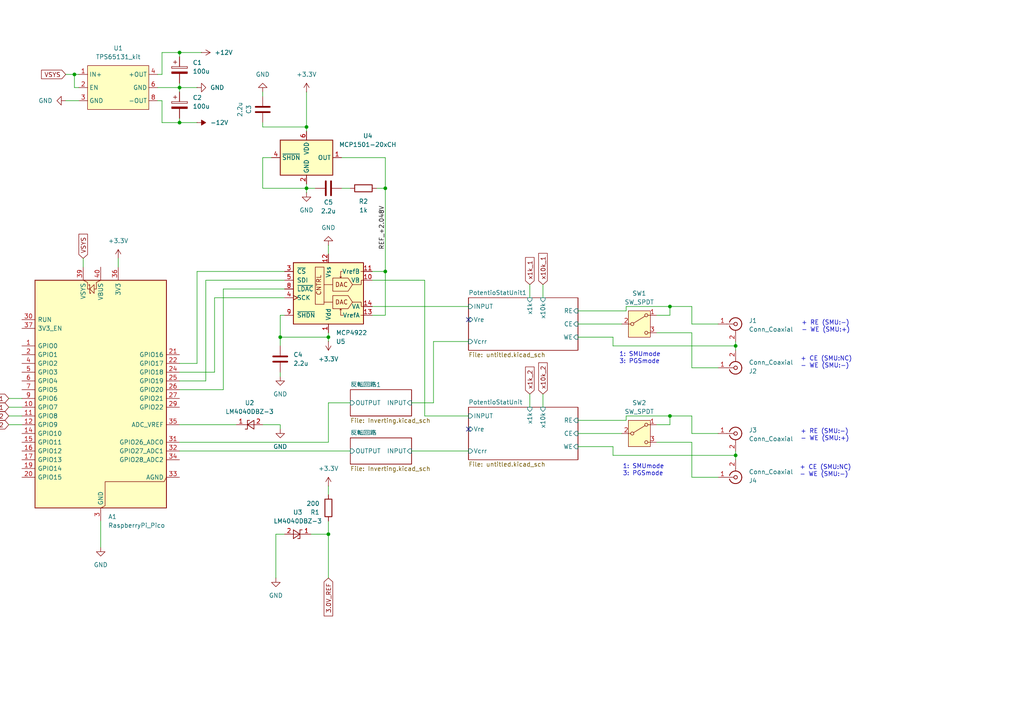
<source format=kicad_sch>
(kicad_sch (version 20250114) (generator "eeschema") (generator_version "9.0")
  (paper "A4")
  (lib_symbols
    (symbol "Analog_DAC:MCP4922" (pin_names (offset 1.016))
      (property "Reference" "U" (at -1.905 10.795 0))
      (property "Value" "MCP4922" (at -1.905 8.89 0))
      (symbol "MCP4922_0_0"
        (polyline (pts (xy 3.556 3.302) (xy 3.302 3.556)))
        (polyline (pts (xy 3.556 3.302) (xy 3.81 3.556)))
        (polyline (pts (xy 3.556 -5.842) (xy 3.302 -6.096)))
        (polyline (pts (xy 3.556 -5.842) (xy 3.81 -6.096)))
        (polyline (pts (xy 4.064 -7.62) (xy 3.556 -7.62) (xy 3.556 -5.842)))
        (polyline (pts (xy 4.318 5.08) (xy 3.556 5.08) (xy 3.556 3.302)))
        (polyline (pts (xy 6.985 1.27) (xy 9.525 1.27) (xy 9.525 2.54) (xy 10.16 2.54)))
        (polyline (pts (xy 6.985 -3.81) (xy 9.525 -3.81) (xy 9.525 -5.08) (xy 10.16 -5.08)))
        (polyline (pts (xy 10.16 5.08) (xy 9.398 5.08)))
        (polyline (pts (xy 10.16 -7.62) (xy 9.398 -7.62)))
        (text "CNTRL" (at -2.032 -6.731 900) (effects (font (size 1.27 1.27)) (justify left bottom)))
        (text "DAC" (at 3.81 1.27 0) (effects (font (size 1.27 1.27))))
        (text "DAC" (at 3.81 -3.81 0) (effects (font (size 1.27 1.27))))
      )
      (symbol "MCP4922_0_1"
        (rectangle (start -10.16 7.62) (end 10.16 -10.16) (stroke (width 0.254)) (fill (type background)))
        (rectangle (start -1.27 -8.89) (end -3.81 1.905))
        (polyline (pts (xy 1.27 1.27) (xy -1.27 1.27)))
        (polyline (pts (xy 1.27 -3.81) (xy -1.27 -3.81)))
        (polyline (pts (xy 6.985 1.27) (xy 5.715 3.175) (xy 1.27 3.175) (xy 1.27 -0.635) (xy 5.715 -0.635) (xy 6.985 1.27)))
        (polyline (pts (xy 6.985 -3.81) (xy 5.715 -1.905) (xy 1.27 -1.905) (xy 1.27 -5.715) (xy 5.715 -5.715) (xy 6.985 -3.81)))
      )
      (symbol "MCP4922_1_1"
        (pin input line (at -12.7 5.08 0) (length 2.54) (name "~{SHDN}") (number "9"))
        (pin input clock (at -12.7 0 0) (length 2.54) (name "SCK") (number "4"))
        (pin input line (at -12.7 -2.54 0) (length 2.54) (name "~{LDAC}") (number "8"))
        (pin input line (at -12.7 -5.08 0) (length 2.54) (name "SDI") (number "5"))
        (pin input line (at -12.7 -7.62 0) (length 2.54) (name "~{CS}") (number "3"))
        (pin no_connect line (at -7.62 -10.16 90) (length 2.54) (hide yes) (name "NC") (number "2"))
        (pin no_connect line (at -5.08 -10.16 90) (length 2.54) (hide yes) (name "NC") (number "6"))
        (pin no_connect line (at -2.54 -10.16 90) (length 2.54) (hide yes) (name "NC") (number "7"))
        (pin power_in line (at 0 10.16 270) (length 2.54) (name "Vdd") (number "1"))
        (pin power_in line (at 0 -12.7 90) (length 2.54) (name "Vss") (number "12"))
        (pin input line (at 12.7 5.08 180) (length 2.54) (name "VrefA") (number "13"))
        (pin output line (at 12.7 2.54 180) (length 2.54) (name "VA") (number "14"))
        (pin output line (at 12.7 -5.08 180) (length 2.54) (name "VB") (number "10"))
        (pin input line (at 12.7 -7.62 180) (length 2.54) (name "VrefB") (number "11"))
      )
    )
    (symbol "Connector:Conn_Coaxial" (pin_names (offset 1.016) (hide yes))
      (property "Reference" "J" (at 0.254 3.048 0))
      (property "Value" "Conn_Coaxial" (at 2.921 0 90))
      (symbol "Conn_Coaxial_0_1"
        (polyline (pts (xy -2.54 0) (xy -0.508 0)))
        (arc (start 1.778 0) (mid 0.222 -1.8079) (end -1.778 -0.508) (stroke (width 0.254)))
        (arc (start -1.778 0.508) (mid 0.2221 1.8084) (end 1.778 0) (stroke (width 0.254)))
        (circle (center 0 0) (radius 0.508) (stroke (width 0.2032)))
        (polyline (pts (xy 0 -2.54) (xy 0 -1.778)))
      )
      (symbol "Conn_Coaxial_1_1"
        (pin passive line (at -5.08 0 0) (length 2.54) (name "In") (number "1"))
        (pin passive line (at 0 -5.08 90) (length 2.54) (name "Ext") (number "2"))
      )
    )
    (symbol "Device:C" (pin_numbers (hide yes)) (pin_names (offset 0.254))
      (property "Reference" "C" (at 0.635 2.54 0))
      (property "Value" "C" (at 0.635 -2.54 0))
      (symbol "C_0_1"
        (polyline (pts (xy -2.032 0.762) (xy 2.032 0.762)) (stroke (width 0.508)))
        (polyline (pts (xy -2.032 -0.762) (xy 2.032 -0.762)) (stroke (width 0.508)))
      )
      (symbol "C_1_1"
        (pin passive line (at 0 3.81 270) (length 2.794) (name "~") (number "1"))
        (pin passive line (at 0 -3.81 90) (length 2.794) (name "~") (number "2"))
      )
    )
    (symbol "Device:C_Polarized" (pin_numbers (hide yes)) (pin_names (offset 0.254))
      (property "Reference" "C" (at 0.635 2.54 0))
      (property "Value" "C_Polarized" (at 0.635 -2.54 0))
      (symbol "C_Polarized_0_1"
        (rectangle (start -2.286 0.508) (end 2.286 1.016))
        (polyline (pts (xy -1.778 2.286) (xy -0.762 2.286)))
        (polyline (pts (xy -1.27 2.794) (xy -1.27 1.778)))
        (rectangle (start 2.286 -0.508) (end -2.286 -1.016) (fill (type outline)))
      )
      (symbol "C_Polarized_1_1"
        (pin passive line (at 0 3.81 270) (length 2.794) (name "~") (number "1"))
        (pin passive line (at 0 -3.81 90) (length 2.794) (name "~") (number "2"))
      )
    )
    (symbol "Device:R" (pin_numbers (hide yes)) (pin_names (offset 0))
      (property "Reference" "R" (at 2.032 0 90))
      (property "Value" "R" (at 0 0 90))
      (symbol "R_0_1"
        (rectangle (start -1.016 -2.54) (end 1.016 2.54) (stroke (width 0.254)))
      )
      (symbol "R_1_1"
        (pin passive line (at 0 3.81 270) (length 1.27) (name "~") (number "1"))
        (pin passive line (at 0 -3.81 90) (length 1.27) (name "~") (number "2"))
      )
    )
    (symbol "MCU_Module:RaspberryPi_Pico" (pin_names (offset 0.762))
      (property "Reference" "A" (at -19.05 35.56 0))
      (property "Value" "RaspberryPi_Pico" (at 7.62 35.56 0))
      (symbol "RaspberryPi_Pico_0_1"
        (rectangle (start -19.05 34.29) (end 19.05 -31.75) (stroke (width 0.254)) (fill (type background)))
        (polyline (pts (xy -5.08 34.29) (xy -3.81 33.655) (xy -3.81 31.75) (xy -3.175 31.75)))
        (polyline (pts (xy -3.429 32.766) (xy -3.429 33.02) (xy -3.175 33.02) (xy -3.175 30.48) (xy -2.921 30.48) (xy -2.921 30.734)))
        (polyline (pts (xy -3.175 31.75) (xy -1.905 33.02) (xy -1.905 30.48) (xy -3.175 31.75)))
        (polyline (pts (xy 0 34.29) (xy -1.27 33.655) (xy -1.27 31.75) (xy -1.905 31.75)))
        (polyline (pts (xy 0 -31.75) (xy 1.27 -31.115) (xy 1.27 -24.13) (xy 18.415 -24.13) (xy 19.05 -22.86)))
      )
      (symbol "RaspberryPi_Pico_1_1"
        (pin passive line (at -22.86 22.86 0) (length 3.81) (name "RUN") (number "30"))
        (pin passive line (at -22.86 20.32 0) (length 3.81) (name "3V3_EN") (number "37"))
        (pin bidirectional line (at -22.86 15.24 0) (length 3.81) (name "GPIO0") (number "1"))
        (pin bidirectional line (at -22.86 12.7 0) (length 3.81) (name "GPIO1") (number "2"))
        (pin bidirectional line (at -22.86 10.16 0) (length 3.81) (name "GPIO2") (number "4"))
        (pin bidirectional line (at -22.86 7.62 0) (length 3.81) (name "GPIO3") (number "5"))
        (pin bidirectional line (at -22.86 5.08 0) (length 3.81) (name "GPIO4") (number "6"))
        (pin bidirectional line (at -22.86 2.54 0) (length 3.81) (name "GPIO5") (number "7"))
        (pin bidirectional line (at -22.86 0 0) (length 3.81) (name "GPIO6") (number "9"))
        (pin bidirectional line (at -22.86 -2.54 0) (length 3.81) (name "GPIO7") (number "10"))
        (pin bidirectional line (at -22.86 -5.08 0) (length 3.81) (name "GPIO8") (number "11"))
        (pin bidirectional line (at -22.86 -7.62 0) (length 3.81) (name "GPIO9") (number "12"))
        (pin bidirectional line (at -22.86 -10.16 0) (length 3.81) (name "GPIO10") (number "14"))
        (pin bidirectional line (at -22.86 -12.7 0) (length 3.81) (name "GPIO11") (number "15"))
        (pin bidirectional line (at -22.86 -15.24 0) (length 3.81) (name "GPIO12") (number "16"))
        (pin bidirectional line (at -22.86 -17.78 0) (length 3.81) (name "GPIO13") (number "17"))
        (pin bidirectional line (at -22.86 -20.32 0) (length 3.81) (name "GPIO14") (number "19"))
        (pin bidirectional line (at -22.86 -22.86 0) (length 3.81) (name "GPIO15") (number "20"))
        (pin power_in line (at -5.08 38.1 270) (length 3.81) (name "VSYS") (number "39"))
        (pin power_out line (at 0 38.1 270) (length 3.81) (name "VBUS") (number "40"))
        (pin passive line (at 0 -35.56 90) (length 3.81) (hide yes) (name "GND") (number "13"))
        (pin passive line (at 0 -35.56 90) (length 3.81) (hide yes) (name "GND") (number "18"))
        (pin passive line (at 0 -35.56 90) (length 3.81) (hide yes) (name "GND") (number "23"))
        (pin passive line (at 0 -35.56 90) (length 3.81) (hide yes) (name "GND") (number "28"))
        (pin power_out line (at 0 -35.56 90) (length 3.81) (name "GND") (number "3"))
        (pin passive line (at 0 -35.56 90) (length 3.81) (hide yes) (name "GND") (number "38"))
        (pin passive line (at 0 -35.56 90) (length 3.81) (hide yes) (name "GND") (number "8"))
        (pin power_out line (at 5.08 38.1 270) (length 3.81) (name "3V3") (number "36"))
        (pin bidirectional line (at 22.86 12.7 180) (length 3.81) (name "GPIO16") (number "21"))
        (pin bidirectional line (at 22.86 10.16 180) (length 3.81) (name "GPIO17") (number "22"))
        (pin bidirectional line (at 22.86 7.62 180) (length 3.81) (name "GPIO18") (number "24"))
        (pin bidirectional line (at 22.86 5.08 180) (length 3.81) (name "GPIO19") (number "25"))
        (pin bidirectional line (at 22.86 2.54 180) (length 3.81) (name "GPIO20") (number "26"))
        (pin bidirectional line (at 22.86 0 180) (length 3.81) (name "GPIO21") (number "27"))
        (pin bidirectional line (at 22.86 -2.54 180) (length 3.81) (name "GPIO22") (number "29"))
        (pin power_in line (at 22.86 -7.62 180) (length 3.81) (name "ADC_VREF") (number "35"))
        (pin bidirectional line (at 22.86 -12.7 180) (length 3.81) (name "GPIO26_ADC0") (number "31"))
        (pin bidirectional line (at 22.86 -15.24 180) (length 3.81) (name "GPIO27_ADC1") (number "32"))
        (pin bidirectional line (at 22.86 -17.78 180) (length 3.81) (name "GPIO28_ADC2") (number "34"))
        (pin power_out line (at 22.86 -22.86 180) (length 3.81) (name "AGND") (number "33"))
      )
    )
    (symbol "Reference_Voltage:LM4040DBZ-3" (pin_names (offset 0.0254) (hide yes))
      (property "Reference" "U" (at 0 2.54 0))
      (property "Value" "LM4040DBZ-3" (at 0 -3.175 0))
      (symbol "LM4040DBZ-3_0_1"
        (polyline (pts (xy -1.27 0) (xy 0 0) (xy 1.27 0)))
        (polyline (pts (xy -1.27 -1.27) (xy 0.635 0) (xy -1.27 1.27) (xy -1.27 -1.27)) (stroke (width 0.2032)))
        (polyline (pts (xy 0 -1.27) (xy 0.635 -1.27) (xy 0.635 1.27) (xy 1.27 1.27)) (stroke (width 0.2032)))
      )
      (symbol "LM4040DBZ-3_1_1"
        (pin passive line (at -3.81 0 0) (length 2.54) (name "A") (number "2"))
        (pin no_connect line (at -1.27 0 0) (length 2.54) (hide yes) (name "NC") (number "3"))
        (pin passive line (at 3.81 0 180) (length 2.54) (name "K") (number "1"))
      )
    )
    (symbol "Reference_Voltage:MCP1501-20xCH"
      (property "Reference" "U" (at -6.35 6.35 0))
      (property "Value" "MCP1501-20xCH" (at 10.16 6.35 0))
      (symbol "MCP1501-20xCH_0_0"
        (pin input line (at -10.16 0 0) (length 2.54) (name "~{SHDN}") (number "4"))
        (pin power_in line (at 0 7.62 270) (length 2.54) (name "VDD") (number "6"))
        (pin power_in line (at 0 -7.62 90) (length 2.54) (name "GND") (number "2"))
        (pin passive line (at 0 -7.62 90) (length 2.54) (hide yes) (name "GND") (number "3"))
        (pin passive line (at 0 -7.62 90) (length 2.54) (hide yes) (name "GND") (number "5"))
        (pin power_out line (at 10.16 0 180) (length 2.54) (name "OUT") (number "1"))
      )
      (symbol "MCP1501-20xCH_0_1"
        (rectangle (start -7.62 5.08) (end 7.62 -5.08) (stroke (width 0.254)) (fill (type background)))
      )
    )
    (symbol "Switch:SW_SPDT" (pin_names (offset 0) (hide yes))
      (property "Reference" "SW" (at 0 5.08 0))
      (property "Value" "SW_SPDT" (at 0 -5.08 0))
      (symbol "SW_SPDT_0_1"
        (circle (center -2.032 0) (radius 0.4572))
        (polyline (pts (xy -1.651 0.254) (xy 1.651 2.286)))
        (circle (center 2.032 2.54) (radius 0.4572))
        (circle (center 2.032 -2.54) (radius 0.4572))
      )
      (symbol "SW_SPDT_1_1"
        (rectangle (start -3.175 3.81) (end 3.175 -3.81) (fill (type background)))
        (pin passive line (at -5.08 0 0) (length 2.54) (name "B") (number "2"))
        (pin passive line (at 5.08 2.54 180) (length 2.54) (name "A") (number "1"))
        (pin passive line (at 5.08 -2.54 180) (length 2.54) (name "C") (number "3"))
      )
    )
    (symbol "TPS65131:TPS65131"
      (property "Reference" "U" (at 0 7.874 0))
      (property "Value" "TPS65131_kit" (at 0 -8.382 0))
      (symbol "TPS65131_1_1"
        (rectangle (start -8.89 6.35) (end 8.89 -6.35) (fill (type background)))
        (pin power_in line (at -11.43 3.81 0) (length 2.54) (name "IN+") (number "1"))
        (pin input line (at -11.43 0 0) (length 2.54) (name "EN") (number "2"))
        (pin power_in line (at -11.43 -3.81 0) (length 2.54) (name "GND") (number "3"))
        (pin power_out line (at 11.43 3.81 180) (length 2.54) (name "+OUT") (number "4"))
        (pin passive line (at 11.43 3.81 180) (length 2.54) (hide yes) (name "+OUT") (number "5"))
        (pin power_out line (at 11.43 0 180) (length 2.54) (name "GND") (number "6"))
        (pin passive line (at 11.43 0 180) (length 2.54) (hide yes) (name "GND") (number "7"))
        (pin power_out line (at 11.43 -3.81 180) (length 2.54) (name "-OUT") (number "8"))
        (pin passive line (at 11.43 -3.81 180) (length 2.54) (hide yes) (name "-OUT") (number "9"))
      )
    )
    (symbol "power:+12V" (power) (pin_numbers (hide yes)) (pin_names (offset 0) (hide yes))
      (property "Value" "+12V" (at 0 3.556 0))
      (symbol "+12V_0_1"
        (polyline (pts (xy -0.762 1.27) (xy 0 2.54)))
        (polyline (pts (xy 0 2.54) (xy 0.762 1.27)))
        (polyline (pts (xy 0 0) (xy 0 2.54)))
      )
      (symbol "+12V_1_1"
        (pin power_in line (at 0 0 90) (length 0) (name "~") (number "1"))
      )
    )
    (symbol "power:+3.3V" (power) (pin_numbers (hide yes)) (pin_names (offset 0) (hide yes))
      (property "Value" "+3.3V" (at 0 3.556 0))
      (symbol "+3.3V_0_1"
        (polyline (pts (xy -0.762 1.27) (xy 0 2.54)))
        (polyline (pts (xy 0 2.54) (xy 0.762 1.27)))
        (polyline (pts (xy 0 0) (xy 0 2.54)))
      )
      (symbol "+3.3V_1_1"
        (pin power_in line (at 0 0 90) (length 0) (name "~") (number "1"))
      )
    )
    (symbol "power:-12V" (power) (pin_numbers (hide yes)) (pin_names (offset 0) (hide yes))
      (property "Value" "-12V" (at 0 3.556 0))
      (symbol "-12V_0_0"
        (pin power_in line (at 0 0 90) (length 0) (name "~") (number "1"))
      )
      (symbol "-12V_0_1"
        (polyline (pts (xy 0 0) (xy 0 1.27) (xy 0.762 1.27) (xy 0 2.54) (xy -0.762 1.27) (xy 0 1.27)) (fill (type outline)))
      )
    )
    (symbol "power:GND" (power) (pin_numbers (hide yes)) (pin_names (offset 0) (hide yes))
      (property "Value" "GND" (at 0 -3.81 0))
      (symbol "GND_0_1"
        (polyline (pts (xy 0 0) (xy 0 -1.27) (xy 1.27 -1.27) (xy 0 -2.54) (xy -1.27 -1.27) (xy 0 -1.27)))
      )
      (symbol "GND_1_1"
        (pin power_in line (at 0 0 270) (length 0) (name "~") (number "1"))
      )
    )
  )
  (text "+ RE (SMU:-)\n- WE (SMU:+)" (at 232.156 124.46 0) (effects (font (size 1.27 1.27)) (justify left top)))
  (text "1: SMUmode\n3: PGSmode" (at 179.578 102.108 0) (effects (font (size 1.27 1.27)) (justify left top)))
  (text "+ CE (SMU:NC)\n- WE (SMU:-)" (at 231.902 134.874 0) (effects (font (size 1.27 1.27)) (justify left top)))
  (text "+ CE (SMU:NC)\n- WE (SMU:-)" (at 232.156 103.378 0) (effects (font (size 1.27 1.27)) (justify left top)))
  (text "+ RE (SMU:-)\n- WE (SMU:+)" (at 232.41 92.964 0) (effects (font (size 1.27 1.27)) (justify left top)))
  (text "1: SMUmode\n3: PGSmode" (at 180.594 134.62 0) (effects (font (size 1.27 1.27)) (justify left top)))
  (junction (at 21.59 21.59))
  (junction (at 88.9 54.61))
  (junction (at 194.31 88.9))
  (junction (at 213.36 132.08))
  (junction (at 52.07 35.56))
  (junction (at 88.9 36.83))
  (junction (at 95.25 97.79))
  (junction (at 194.31 120.65))
  (junction (at 52.07 25.4))
  (junction (at 52.07 15.24))
  (junction (at 111.76 78.74))
  (junction (at 81.28 97.79))
  (junction (at 213.36 100.33))
  (junction (at 111.76 54.61))
  (junction (at 95.25 154.94))
  (no_connect (at 135.89 92.71))
  (no_connect (at 135.89 124.46))
  (wire (pts (xy 125.73 99.06) (xy 125.73 116.84)))
  (wire (pts (xy 78.74 45.72) (xy 76.2 45.72)))
  (wire (pts (xy 190.5 96.52) (xy 200.66 96.52)))
  (wire (pts (xy 21.59 25.4) (xy 21.59 21.59)))
  (wire (pts (xy 177.8 129.54) (xy 177.8 132.08)))
  (wire (pts (xy 123.19 120.65) (xy 135.89 120.65)))
  (wire (pts (xy 46.99 29.21) (xy 45.72 29.21)))
  (wire (pts (xy 52.07 24.13) (xy 52.07 25.4)))
  (wire (pts (xy 2.54 123.19) (xy 6.35 123.19)))
  (wire (pts (xy 167.64 93.98) (xy 180.34 93.98)))
  (wire (pts (xy 81.28 100.33) (xy 81.28 97.79)))
  (wire (pts (xy 107.95 91.44) (xy 111.76 91.44)))
  (wire (pts (xy 88.9 55.88) (xy 88.9 54.61)))
  (wire (pts (xy 95.25 140.97) (xy 95.25 143.51)))
  (wire (pts (xy 213.36 100.33) (xy 213.36 101.6)))
  (wire (pts (xy 95.25 154.94) (xy 95.25 167.64)))
  (wire (pts (xy 194.31 123.19) (xy 194.31 120.65)))
  (wire (pts (xy 153.67 114.3) (xy 153.67 118.11)))
  (wire (pts (xy 22.86 25.4) (xy 21.59 25.4)))
  (wire (pts (xy 177.8 100.33) (xy 213.36 100.33)))
  (wire (pts (xy 81.28 123.19) (xy 81.28 124.46)))
  (wire (pts (xy 76.2 123.19) (xy 81.28 123.19)))
  (wire (pts (xy 200.66 106.68) (xy 200.66 96.52)))
  (wire (pts (xy 181.61 121.92) (xy 181.61 120.65)))
  (wire (pts (xy 52.07 25.4) (xy 45.72 25.4)))
  (wire (pts (xy 194.31 91.44) (xy 194.31 88.9)))
  (wire (pts (xy 213.36 132.08) (xy 213.36 133.35)))
  (wire (pts (xy 107.95 81.28) (xy 123.19 81.28)))
  (wire (pts (xy 194.31 120.65) (xy 200.66 120.65)))
  (wire (pts (xy 157.48 82.55) (xy 157.48 86.36)))
  (wire (pts (xy 76.2 36.83) (xy 88.9 36.83)))
  (wire (pts (xy 59.69 110.49) (xy 52.07 110.49)))
  (wire (pts (xy 88.9 54.61) (xy 88.9 53.34)))
  (wire (pts (xy 95.25 97.79) (xy 95.25 99.06)))
  (wire (pts (xy 177.8 132.08) (xy 213.36 132.08)))
  (wire (pts (xy 82.55 78.74) (xy 57.15 78.74)))
  (wire (pts (xy 95.25 151.13) (xy 95.25 154.94)))
  (wire (pts (xy 200.66 106.68) (xy 208.28 106.68)))
  (wire (pts (xy 52.07 34.29) (xy 52.07 35.56)))
  (wire (pts (xy 194.31 88.9) (xy 200.66 88.9)))
  (wire (pts (xy 57.15 25.4) (xy 52.07 25.4)))
  (wire (pts (xy 82.55 83.82) (xy 64.77 83.82)))
  (wire (pts (xy 81.28 97.79) (xy 95.25 97.79)))
  (wire (pts (xy 81.28 97.79) (xy 81.28 91.44)))
  (wire (pts (xy 46.99 35.56) (xy 46.99 29.21)))
  (wire (pts (xy 62.23 86.36) (xy 62.23 107.95)))
  (wire (pts (xy 19.05 29.21) (xy 22.86 29.21)))
  (wire (pts (xy 2.54 120.65) (xy 6.35 120.65)))
  (wire (pts (xy 52.07 35.56) (xy 57.15 35.56)))
  (wire (pts (xy 88.9 26.67) (xy 88.9 36.83)))
  (wire (pts (xy 81.28 91.44) (xy 82.55 91.44)))
  (wire (pts (xy 21.59 21.59) (xy 22.86 21.59)))
  (wire (pts (xy 157.48 114.3) (xy 157.48 118.11)))
  (wire (pts (xy 88.9 36.83) (xy 88.9 38.1)))
  (wire (pts (xy 111.76 78.74) (xy 107.95 78.74)))
  (wire (pts (xy 76.2 54.61) (xy 88.9 54.61)))
  (wire (pts (xy 90.17 154.94) (xy 95.25 154.94)))
  (wire (pts (xy 125.73 116.84) (xy 119.38 116.84)))
  (wire (pts (xy 52.07 15.24) (xy 52.07 16.51)))
  (wire (pts (xy 52.07 130.81) (xy 101.6 130.81)))
  (wire (pts (xy 167.64 121.92) (xy 181.61 121.92)))
  (wire (pts (xy 190.5 128.27) (xy 200.66 128.27)))
  (wire (pts (xy 213.36 130.81) (xy 213.36 132.08)))
  (wire (pts (xy 52.07 113.03) (xy 64.77 113.03)))
  (wire (pts (xy 2.54 115.57) (xy 6.35 115.57)))
  (wire (pts (xy 111.76 54.61) (xy 111.76 78.74)))
  (wire (pts (xy 107.95 88.9) (xy 135.89 88.9)))
  (wire (pts (xy 24.13 74.93) (xy 24.13 77.47)))
  (wire (pts (xy 200.66 93.98) (xy 208.28 93.98)))
  (wire (pts (xy 125.73 99.06) (xy 135.89 99.06)))
  (wire (pts (xy 46.99 35.56) (xy 52.07 35.56)))
  (wire (pts (xy 62.23 107.95) (xy 52.07 107.95)))
  (wire (pts (xy 19.05 21.59) (xy 21.59 21.59)))
  (wire (pts (xy 101.6 116.84) (xy 95.25 116.84)))
  (wire (pts (xy 109.22 54.61) (xy 111.76 54.61)))
  (wire (pts (xy 57.15 78.74) (xy 57.15 105.41)))
  (wire (pts (xy 81.28 107.95) (xy 81.28 109.22)))
  (wire (pts (xy 200.66 138.43) (xy 200.66 128.27)))
  (wire (pts (xy 82.55 154.94) (xy 80.01 154.94)))
  (wire (pts (xy 200.66 138.43) (xy 208.28 138.43)))
  (wire (pts (xy 167.64 97.79) (xy 177.8 97.79)))
  (wire (pts (xy 153.67 82.55) (xy 153.67 86.36)))
  (wire (pts (xy 80.01 154.94) (xy 80.01 167.64)))
  (wire (pts (xy 167.64 129.54) (xy 177.8 129.54)))
  (wire (pts (xy 46.99 15.24) (xy 46.99 21.59)))
  (wire (pts (xy 64.77 83.82) (xy 64.77 113.03)))
  (wire (pts (xy 111.76 91.44) (xy 111.76 78.74)))
  (wire (pts (xy 82.55 86.36) (xy 62.23 86.36)))
  (wire (pts (xy 167.64 90.17) (xy 181.61 90.17)))
  (wire (pts (xy 95.25 71.12) (xy 95.25 73.66)))
  (wire (pts (xy 76.2 36.83) (xy 76.2 35.56)))
  (wire (pts (xy 181.61 88.9) (xy 194.31 88.9)))
  (wire (pts (xy 2.54 118.11) (xy 6.35 118.11)))
  (wire (pts (xy 58.42 15.24) (xy 52.07 15.24)))
  (wire (pts (xy 119.38 130.81) (xy 135.89 130.81)))
  (wire (pts (xy 200.66 88.9) (xy 200.66 93.98)))
  (wire (pts (xy 82.55 81.28) (xy 59.69 81.28)))
  (wire (pts (xy 34.29 74.93) (xy 34.29 77.47)))
  (wire (pts (xy 177.8 97.79) (xy 177.8 100.33)))
  (wire (pts (xy 213.36 99.06) (xy 213.36 100.33)))
  (wire (pts (xy 52.07 128.27) (xy 95.25 128.27)))
  (wire (pts (xy 57.15 105.41) (xy 52.07 105.41)))
  (wire (pts (xy 200.66 120.65) (xy 200.66 125.73)))
  (wire (pts (xy 95.25 116.84) (xy 95.25 128.27)))
  (wire (pts (xy 101.6 54.61) (xy 99.06 54.61)))
  (wire (pts (xy 76.2 54.61) (xy 76.2 45.72)))
  (wire (pts (xy 181.61 90.17) (xy 181.61 88.9)))
  (wire (pts (xy 181.61 120.65) (xy 194.31 120.65)))
  (wire (pts (xy 76.2 26.67) (xy 76.2 27.94)))
  (wire (pts (xy 99.06 45.72) (xy 111.76 45.72)))
  (wire (pts (xy 59.69 81.28) (xy 59.69 110.49)))
  (wire (pts (xy 167.64 125.73) (xy 180.34 125.73)))
  (wire (pts (xy 52.07 15.24) (xy 46.99 15.24)))
  (wire (pts (xy 29.21 151.13) (xy 29.21 158.75)))
  (wire (pts (xy 190.5 123.19) (xy 194.31 123.19)))
  (wire (pts (xy 95.25 96.52) (xy 95.25 97.79)))
  (wire (pts (xy 190.5 91.44) (xy 194.31 91.44)))
  (wire (pts (xy 200.66 125.73) (xy 208.28 125.73)))
  (wire (pts (xy 88.9 54.61) (xy 91.44 54.61)))
  (wire (pts (xy 123.19 81.28) (xy 123.19 120.65)))
  (wire (pts (xy 111.76 45.72) (xy 111.76 54.61)))
  (wire (pts (xy 46.99 21.59) (xy 45.72 21.59)))
  (wire (pts (xy 68.58 123.19) (xy 52.07 123.19)))
  (wire (pts (xy 52.07 25.4) (xy 52.07 26.67)))
  (label "REF_+2.048V" (at 111.76 72.39 90))
  (global_label "x10k_2" (shape input) (at 2.54 123.19 180) (property "Intersheetrefs" "${INTERSHEET_REFS}" (effects (hide yes))))
  (global_label "x10k_1" (shape input) (at 157.48 82.55 90) (property "Intersheetrefs" "${INTERSHEET_REFS}" (effects (hide yes))))
  (global_label "x1k_1" (shape input) (at 153.67 82.55 90) (property "Intersheetrefs" "${INTERSHEET_REFS}" (effects (hide yes))))
  (global_label "x1k_2" (shape input) (at 153.67 114.3 90) (property "Intersheetrefs" "${INTERSHEET_REFS}" (effects (hide yes))))
  (global_label "3.0V_REF" (shape input) (at 95.25 167.64 270) (property "Intersheetrefs" "${INTERSHEET_REFS}" (effects (hide yes))))
  (global_label "VSYS" (shape input) (at 24.13 74.93 90) (property "Intersheetrefs" "${INTERSHEET_REFS}" (effects (hide yes))))
  (global_label "x1k_1" (shape input) (at 2.54 115.57 180) (property "Intersheetrefs" "${INTERSHEET_REFS}" (effects (hide yes))))
  (global_label "x10k_2" (shape input) (at 157.48 114.3 90) (property "Intersheetrefs" "${INTERSHEET_REFS}" (effects (hide yes))))
  (global_label "x1k_2" (shape input) (at 2.54 120.65 180) (property "Intersheetrefs" "${INTERSHEET_REFS}" (effects (hide yes))))
  (global_label "x10k_1" (shape input) (at 2.54 118.11 180) (property "Intersheetrefs" "${INTERSHEET_REFS}" (effects (hide yes))))
  (global_label "VSYS" (shape input) (at 19.05 21.59 180) (property "Intersheetrefs" "${INTERSHEET_REFS}" (effects (hide yes))))
  (symbol (lib_id "Device:C") (at 76.2 31.75 0) (unit 1)
    (property "Reference" "C3" (at 72.136 31.75 90))
    (property "Value" "2.2u" (at 69.596 31.75 90))
    (property "Footprint" "Capacitor_SMD:C_0603_1608Metric" (effects (hide yes)))
    (property "Description" "Unpolarized capacitor" (effects (hide yes)))
    (property "Sim.Device" "C" (effects (hide yes)))
    (property "Sim.Type" "=" (effects (hide yes)))
    (property "Sim.Params" "c=2.2u" (effects (hide yes)))
    (property "Sim.Pins" "1=+ 2=-" (effects (hide yes)))
  )
  (symbol (lib_id "Switch:SW_SPDT") (at 185.42 125.73 0) (unit 1)
    (property "Reference" "SW2" (at 185.42 116.84 0))
    (property "Value" "SW_SPDT" (at 185.42 119.38 0))
    (property "Footprint" "Button_Switch_THT:SW_Slide-03_Wuerth-WS-SLTV_10x2.5x6.4_P2.54mm" (effects (hide yes)))
    (property "Description" "Switch, single pole double throw" (effects (hide yes)))
  )
  (symbol (lib_id "power:+3.3V") (at 34.29 74.93 0) (unit 1)
    (property "Reference" "#PWR04" (effects (hide yes)))
    (property "Value" "+3.3V" (at 34.29 69.85 0))
    (property "Description" "Power symbol creates a global label with name \"+3.3V\"" (effects (hide yes)))
  )
  (symbol (lib_id "power:GND") (at 76.2 26.67 180) (unit 1)
    (property "Reference" "#PWR08" (effects (hide yes)))
    (property "Value" "GND" (at 76.2 21.59 0))
    (property "Description" "Power symbol creates a global label with name \"GND\" , ground" (effects (hide yes)))
  )
  (symbol (lib_id "power:GND") (at 29.21 158.75 0) (unit 1)
    (property "Reference" "#PWR03" (effects (hide yes)))
    (property "Value" "GND" (at 29.21 163.83 0))
    (property "Description" "Power symbol creates a global label with name \"GND\" , ground" (effects (hide yes)))
  )
  (symbol (lib_id "power:+3.3V") (at 95.25 99.06 180) (unit 1)
    (property "Reference" "#PWR015" (effects (hide yes)))
    (property "Value" "+3.3V" (at 95.25 104.14 0))
    (property "Description" "Power symbol creates a global label with name \"+3.3V\"" (effects (hide yes)))
  )
  (symbol (lib_id "Connector:Conn_Coaxial") (at 213.36 138.43 0) (mirror x) (unit 1)
    (property "Reference" "J4" (at 217.17 139.4069 0) (effects (justify left)))
    (property "Value" "Conn_Coaxial" (at 217.17 136.8669 0) (effects (justify left)))
    (property "Footprint" "Connector_Coaxial:BNC_Amphenol_B6252HB-NPP3G-50_Horizontal" (effects (hide yes)))
    (property "Description" "coaxial connector (BNC, SMA, SMB, SMC, Cinch/RCA, LEMO, ...)" (effects (hide yes)))
  )
  (symbol (lib_id "power:GND") (at 80.01 167.64 0) (unit 1)
    (property "Reference" "#PWR09" (effects (hide yes)))
    (property "Value" "GND" (at 80.01 172.72 0))
    (property "Description" "Power symbol creates a global label with name \"GND\" , ground" (effects (hide yes)))
  )
  (symbol (lib_id "Device:C_Polarized") (at 52.07 20.32 0) (unit 1)
    (property "Reference" "C1" (at 55.88 18.1609 0) (effects (justify left)))
    (property "Value" "100u" (at 55.88 20.7009 0) (effects (justify left)))
    (property "Footprint" "Capacitor_THT:CP_Radial_D5.0mm_P2.00mm" (effects (hide yes)))
    (property "Description" "Polarized capacitor" (effects (hide yes)))
  )
  (symbol (lib_id "Connector:Conn_Coaxial") (at 213.36 93.98 0) (unit 1)
    (property "Reference" "J1" (at 217.17 93.0031 0) (effects (justify left)))
    (property "Value" "Conn_Coaxial" (at 217.17 95.5431 0) (effects (justify left)))
    (property "Footprint" "Connector_Coaxial:BNC_Amphenol_B6252HB-NPP3G-50_Horizontal" (effects (hide yes)))
    (property "Description" "coaxial connector (BNC, SMA, SMB, SMC, Cinch/RCA, LEMO, ...)" (effects (hide yes)))
  )
  (symbol (lib_id "power:+12V") (at 58.42 15.24 270) (unit 1)
    (property "Reference" "#PWR07" (effects (hide yes)))
    (property "Value" "+12V" (at 62.23 15.2399 90) (effects (justify left)))
    (property "Description" "Power symbol creates a global label with name \"+12V\"" (effects (hide yes)))
  )
  (symbol (lib_id "Device:C") (at 81.28 104.14 0) (unit 1)
    (property "Reference" "C4" (at 85.09 102.8699 0) (effects (justify left)))
    (property "Value" "2.2u" (at 85.09 105.4099 0) (effects (justify left)))
    (property "Footprint" "Capacitor_SMD:C_0603_1608Metric" (effects (hide yes)))
    (property "Description" "Unpolarized capacitor" (effects (hide yes)))
    (property "Sim.Device" "C" (effects (hide yes)))
    (property "Sim.Type" "=" (effects (hide yes)))
    (property "Sim.Params" "c=2.2u" (effects (hide yes)))
    (property "Sim.Pins" "1=+ 2=-" (effects (hide yes)))
  )
  (symbol (lib_id "Reference_Voltage:LM4040DBZ-3") (at 86.36 154.94 0) (unit 1)
    (property "Reference" "U3" (at 86.36 148.59 0))
    (property "Value" "LM4040DBZ-3" (at 86.36 151.13 0))
    (property "Footprint" "Package_TO_SOT_SMD:SOT-23" (effects (hide yes)))
    (property "Datasheet" "http://www.ti.com/lit/ds/symlink/lm4040-n.pdf" (effects (hide yes)))
    (property "Description" "3.000V Precision Micropower Shunt Voltage Reference, SOT-23" (effects (hide yes)))
  )
  (symbol (lib_id "Device:R") (at 105.41 54.61 270) (unit 1)
    (property "Reference" "R2" (at 105.41 58.42 90))
    (property "Value" "1k" (at 105.41 60.96 90))
    (property "Footprint" "Resistor_SMD:R_0603_1608Metric" (effects (hide yes)))
    (property "Description" "Resistor" (effects (hide yes)))
  )
  (symbol (lib_id "Reference_Voltage:MCP1501-20xCH") (at 88.9 45.72 0) (unit 1)
    (property "Reference" "U4" (at 106.68 39.4014 0))
    (property "Value" "MCP1501-20xCH" (at 106.68 41.9414 0))
    (property "Footprint" "Package_TO_SOT_SMD:SOT-23-6" (effects (hide yes)))
    (property "Datasheet" "http://ww1.microchip.com/downloads/en/DeviceDoc/20005474E.pdf" (effects (hide yes)))
    (property "Description" "2.048V, 0.1%, 20mA, Precision Voltage Reference, SOT-23-6" (effects (hide yes)))
  )
  (symbol (lib_id "Connector:Conn_Coaxial") (at 213.36 106.68 0) (mirror x) (unit 1)
    (property "Reference" "J2" (at 217.17 107.6569 0) (effects (justify left)))
    (property "Value" "Conn_Coaxial" (at 217.17 105.1169 0) (effects (justify left)))
    (property "Footprint" "Connector_Coaxial:BNC_Amphenol_B6252HB-NPP3G-50_Horizontal" (effects (hide yes)))
    (property "Description" "coaxial connector (BNC, SMA, SMB, SMC, Cinch/RCA, LEMO, ...)" (effects (hide yes)))
  )
  (symbol (lib_id "Switch:SW_SPDT") (at 185.42 93.98 0) (unit 1)
    (property "Reference" "SW1" (at 185.42 85.09 0))
    (property "Value" "SW_SPDT" (at 185.42 87.63 0))
    (property "Footprint" "Button_Switch_THT:SW_Slide-03_Wuerth-WS-SLTV_10x2.5x6.4_P2.54mm" (effects (hide yes)))
    (property "Description" "Switch, single pole double throw" (effects (hide yes)))
  )
  (symbol (lib_id "Device:C") (at 95.25 54.61 90) (unit 1)
    (property "Reference" "C5" (at 95.25 58.674 90))
    (property "Value" "2.2u" (at 95.25 61.214 90))
    (property "Footprint" "Capacitor_SMD:C_0603_1608Metric" (effects (hide yes)))
    (property "Description" "Unpolarized capacitor" (effects (hide yes)))
    (property "Sim.Device" "C" (effects (hide yes)))
    (property "Sim.Type" "=" (effects (hide yes)))
    (property "Sim.Params" "c=2.2u" (effects (hide yes)))
    (property "Sim.Pins" "1=+ 2=-" (effects (hide yes)))
  )
  (symbol (lib_id "power:+3.3V") (at 95.25 140.97 0) (unit 1)
    (property "Reference" "#PWR016" (effects (hide yes)))
    (property "Value" "+3.3V" (at 95.25 135.89 0))
    (property "Description" "Power symbol creates a global label with name \"+3.3V\"" (effects (hide yes)))
  )
  (symbol (lib_id "power:-12V") (at 57.15 35.56 270) (unit 1)
    (property "Reference" "#PWR06" (effects (hide yes)))
    (property "Value" "-12V" (at 60.96 35.5599 90) (effects (justify left)))
    (property "Description" "Power symbol creates a global label with name \"-12V\"" (effects (hide yes)))
  )
  (symbol (lib_id "Reference_Voltage:LM4040DBZ-3") (at 72.39 123.19 180) (unit 1)
    (property "Reference" "U2" (at 72.39 116.84 0))
    (property "Value" "LM4040DBZ-3" (at 72.39 119.38 0))
    (property "Footprint" "Package_TO_SOT_SMD:SOT-23" (effects (hide yes)))
    (property "Datasheet" "http://www.ti.com/lit/ds/symlink/lm4040-n.pdf" (effects (hide yes)))
    (property "Description" "3.000V Precision Micropower Shunt Voltage Reference, SOT-23" (effects (hide yes)))
  )
  (symbol (lib_id "TPS65131:TPS65131") (at 34.29 25.4 0) (unit 1)
    (property "Reference" "U1" (at 34.29 13.97 0))
    (property "Value" "TPS65131_kit" (at 34.29 16.51 0))
    (property "Footprint" "TPS65131:TPS65131_kit" (effects (hide yes)))
  )
  (symbol (lib_id "power:GND") (at 81.28 109.22 0) (unit 1)
    (property "Reference" "#PWR010" (effects (hide yes)))
    (property "Value" "GND" (at 81.28 114.3 0))
    (property "Description" "Power symbol creates a global label with name \"GND\" , ground" (effects (hide yes)))
  )
  (symbol (lib_id "Device:R") (at 95.25 147.32 180) (unit 1)
    (property "Reference" "R1" (at 92.71 148.5901 0) (effects (justify left)))
    (property "Value" "200" (at 92.71 146.0501 0) (effects (justify left)))
    (property "Footprint" "Resistor_SMD:R_0603_1608Metric" (effects (hide yes)))
    (property "Description" "Resistor" (effects (hide yes)))
    (property "Sim.Device" "R" (effects (hide yes)))
    (property "Sim.Type" "=" (effects (hide yes)))
    (property "Sim.Params" "r=30k" (effects (hide yes)))
    (property "Sim.Pins" "1=+ 2=-" (effects (hide yes)))
  )
  (symbol (lib_id "power:GND") (at 81.28 124.46 0) (unit 1)
    (property "Reference" "#PWR011" (effects (hide yes)))
    (property "Value" "GND" (at 81.28 129.54 0))
    (property "Description" "Power symbol creates a global label with name \"GND\" , ground" (effects (hide yes)))
  )
  (symbol (lib_id "Connector:Conn_Coaxial") (at 213.36 125.73 0) (unit 1)
    (property "Reference" "J3" (at 217.17 124.7531 0) (effects (justify left)))
    (property "Value" "Conn_Coaxial" (at 217.17 127.2931 0) (effects (justify left)))
    (property "Footprint" "Connector_Coaxial:BNC_Amphenol_B6252HB-NPP3G-50_Horizontal" (effects (hide yes)))
    (property "Description" "coaxial connector (BNC, SMA, SMB, SMC, Cinch/RCA, LEMO, ...)" (effects (hide yes)))
  )
  (symbol (lib_id "power:+3.3V") (at 88.9 26.67 0) (unit 1)
    (property "Reference" "#PWR012" (effects (hide yes)))
    (property "Value" "+3.3V" (at 88.9 21.59 0))
    (property "Description" "Power symbol creates a global label with name \"+3.3V\"" (effects (hide yes)))
  )
  (symbol (lib_id "Analog_DAC:MCP4922") (at 95.25 86.36 0) (mirror x) (unit 1)
    (property "Reference" "U5" (at 97.4441 99.06 0) (effects (justify left)))
    (property "Value" "MCP4922" (at 97.4441 96.52 0) (effects (justify left)))
    (property "Footprint" "Package_DIP:DIP-14_W7.62mm" (effects (hide yes)))
    (property "Datasheet" "http://ww1.microchip.com/downloads/en/DeviceDoc/22250A.pdf" (effects (hide yes)))
    (property "Description" "2-Channel 12-Bit D/A Converters with SPI Interface" (effects (hide yes)))
  )
  (symbol (lib_id "power:GND") (at 88.9 55.88 0) (unit 1)
    (property "Reference" "#PWR013" (effects (hide yes)))
    (property "Value" "GND" (at 88.9 60.96 0))
    (property "Description" "Power symbol creates a global label with name \"GND\" , ground" (effects (hide yes)))
  )
  (symbol (lib_id "power:GND") (at 95.25 71.12 180) (unit 1)
    (property "Reference" "#PWR014" (effects (hide yes)))
    (property "Value" "GND" (at 95.25 66.04 0))
    (property "Description" "Power symbol creates a global label with name \"GND\" , ground" (effects (hide yes)))
  )
  (symbol (lib_id "power:GND") (at 19.05 29.21 270) (unit 1)
    (property "Reference" "#PWR02" (effects (hide yes)))
    (property "Value" "GND" (at 15.24 29.2099 90) (effects (justify right)))
    (property "Description" "Power symbol creates a global label with name \"GND\" , ground" (effects (hide yes)))
  )
  (symbol (lib_id "power:GND") (at 57.15 25.4 90) (unit 1)
    (property "Reference" "#PWR05" (effects (hide yes)))
    (property "Value" "GND" (at 60.96 25.3999 90) (effects (justify right)))
    (property "Description" "Power symbol creates a global label with name \"GND\" , ground" (effects (hide yes)))
  )
  (symbol (lib_id "MCU_Module:RaspberryPi_Pico") (at 29.21 115.57 0) (unit 1)
    (property "Reference" "A1" (at 31.3533 149.86 0) (effects (justify left)))
    (property "Value" "RaspberryPi_Pico" (at 31.3533 152.4 0) (effects (justify left)))
    (property "Footprint" "Module:RaspberryPi_Pico_Common_Unspecified" (effects (hide yes)))
    (property "Datasheet" "https://datasheets.raspberrypi.com/pico/pico-datasheet.pdf" (effects (hide yes)))
    (property "Description" "Versatile and inexpensive microcontroller module powered by RP2040 dual-core Arm Cortex-M0+ processor up to 133 MHz, 264kB SRAM, 2MB QSPI flash; also supports Raspberry Pi Pico 2" (effects (hide yes)))
  )
  (symbol (lib_id "Device:C_Polarized") (at 52.07 30.48 0) (unit 1)
    (property "Reference" "C2" (at 55.88 28.3209 0) (effects (justify left)))
    (property "Value" "100u" (at 55.88 30.8609 0) (effects (justify left)))
    (property "Footprint" "Capacitor_THT:CP_Radial_D5.0mm_P2.00mm" (effects (hide yes)))
    (property "Description" "Polarized capacitor" (effects (hide yes)))
  )
  (sheet (at 135.89 118.11) (size 31.75 15.24) (stroke (width 0.1524))
    (property "Sheetname" "PotentioStatUnit" (at 135.89 117.3984 0) (effects (justify left bottom)))
    (property "Sheetfile" "untitled.kicad_sch" (at 135.89 133.9346 0) (effects (justify left top)))
    (pin "CE" input (at 167.64 125.73 0))
    (pin "RE" input (at 167.64 121.92 0))
    (pin "WE" input (at 167.64 129.54 0))
    (pin "Vcrr" input (at 135.89 130.81 180))
    (pin "INPUT" input (at 135.89 120.65 180))
    (pin "Vre" input (at 135.89 124.46 180))
    (pin "x1k" input (at 153.67 118.11 90))
    (pin "x10k" input (at 157.48 118.11 90))
  )
  (sheet (at 135.89 86.36) (size 31.75 15.24) (stroke (width 0.1524))
    (property "Sheetname" "PotentioStatUnit1" (at 135.89 85.6484 0) (effects (justify left bottom)))
    (property "Sheetfile" "untitled.kicad_sch" (at 135.89 102.1846 0) (effects (justify left top)))
    (pin "CE" input (at 167.64 93.98 0))
    (pin "RE" input (at 167.64 90.17 0))
    (pin "WE" input (at 167.64 97.79 0))
    (pin "Vcrr" input (at 135.89 99.06 180))
    (pin "INPUT" input (at 135.89 88.9 180))
    (pin "Vre" input (at 135.89 92.71 180))
    (pin "x1k" input (at 153.67 86.36 90))
    (pin "x10k" input (at 157.48 86.36 90))
  )
  (sheet (at 101.6 113.03) (size 17.78 7.62) (stroke (width 0.1524))
    (property "Sheetname" "反転回路1" (at 101.6 112.3184 0) (effects (justify left bottom)))
    (property "Sheetfile" "Inverting.kicad_sch" (at 101.6 121.2346 0) (effects (justify left top)))
    (pin "INPUT" input (at 119.38 116.84 0))
    (pin "OUTPUT" input (at 101.6 116.84 180))
  )
  (sheet (at 101.6 127) (size 17.78 7.62) (stroke (width 0.1524))
    (property "Sheetname" "反転回路" (at 101.6 126.2884 0) (effects (justify left bottom)))
    (property "Sheetfile" "Inverting.kicad_sch" (at 101.6 135.2046 0) (effects (justify left top)))
    (pin "INPUT" input (at 119.38 130.81 0))
    (pin "OUTPUT" input (at 101.6 130.81 180))
  )
)
</source>
